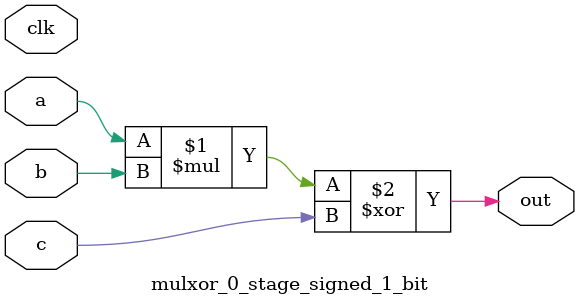
<source format=sv>
(* use_dsp = "yes" *) module mulxor_0_stage_signed_1_bit(
	input signed [0:0] a,
	input signed [0:0] b,
	input signed [0:0] c,
	output [0:0] out,
	input clk);

	assign out = (a * b) ^ c;
endmodule

</source>
